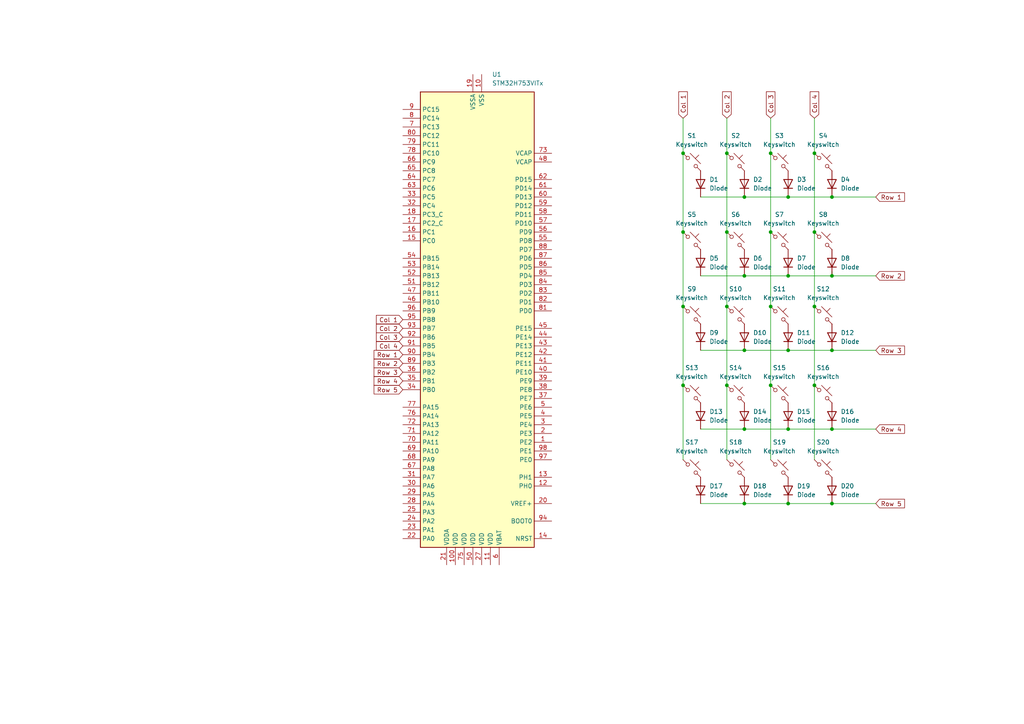
<source format=kicad_sch>
(kicad_sch (version 20231120) (generator "eeschema") (generator_version "8.0")
  (paper "A4")
  (lib_symbols
    (symbol "MCU_ST_STM32H7:STM32H753VITx"
      (property "Reference" "U" (at -15.24 67.31 0))
      (property "Value" "STM32H753VITx" (at 12.7 67.31 0))
      (symbol "STM32H753VITx_0_1"
        (rectangle (start -15.24 -66.04) (end 17.78 66.04) (stroke (width 0.254)) (fill (type background)))
      )
      (symbol "STM32H753VITx_1_1"
        (pin bidirectional line (at -20.32 35.56 0) (length 5.08) (name "PE2") (number "1"))
        (pin power_in line (at 0 -71.12 90) (length 5.08) (name "VSS") (number "10"))
        (pin power_in line (at 7.62 71.12 270) (length 5.08) (name "VDD") (number "100"))
        (pin power_in line (at -2.54 71.12 270) (length 5.08) (name "VDD") (number "11"))
        (pin bidirectional line (at -20.32 48.26 0) (length 5.08) (name "PH0") (number "12"))
        (pin bidirectional line (at -20.32 45.72 0) (length 5.08) (name "PH1") (number "13"))
        (pin input line (at -20.32 63.5 0) (length 5.08) (name "NRST") (number "14"))
        (pin bidirectional line (at 22.86 -22.86 180) (length 5.08) (name "PC0") (number "15"))
        (pin bidirectional line (at 22.86 -25.4 180) (length 5.08) (name "PC1") (number "16"))
        (pin bidirectional line (at 22.86 -27.94 180) (length 5.08) (name "PC2_C") (number "17"))
        (pin bidirectional line (at 22.86 -30.48 180) (length 5.08) (name "PC3_C") (number "18"))
        (pin power_in line (at 2.54 -71.12 90) (length 5.08) (name "VSSA") (number "19"))
        (pin bidirectional line (at -20.32 33.02 0) (length 5.08) (name "PE3") (number "2"))
        (pin input line (at -20.32 53.34 0) (length 5.08) (name "VREF+") (number "20"))
        (pin power_in line (at 10.16 71.12 270) (length 5.08) (name "VDDA") (number "21"))
        (pin bidirectional line (at 22.86 63.5 180) (length 5.08) (name "PA0") (number "22"))
        (pin bidirectional line (at 22.86 60.96 180) (length 5.08) (name "PA1") (number "23"))
        (pin bidirectional line (at 22.86 58.42 180) (length 5.08) (name "PA2") (number "24"))
        (pin bidirectional line (at 22.86 55.88 180) (length 5.08) (name "PA3") (number "25"))
        (pin passive line (at 0 -71.12 90) (length 5.08) hide (name "VSS") (number "26"))
        (pin power_in line (at 0 71.12 270) (length 5.08) (name "VDD") (number "27"))
        (pin bidirectional line (at 22.86 53.34 180) (length 5.08) (name "PA4") (number "28"))
        (pin bidirectional line (at 22.86 50.8 180) (length 5.08) (name "PA5") (number "29"))
        (pin bidirectional line (at -20.32 30.48 0) (length 5.08) (name "PE4") (number "3"))
        (pin bidirectional line (at 22.86 48.26 180) (length 5.08) (name "PA6") (number "30"))
        (pin bidirectional line (at 22.86 45.72 180) (length 5.08) (name "PA7") (number "31"))
        (pin bidirectional line (at 22.86 -33.02 180) (length 5.08) (name "PC4") (number "32"))
        (pin bidirectional line (at 22.86 -35.56 180) (length 5.08) (name "PC5") (number "33"))
        (pin bidirectional line (at 22.86 20.32 180) (length 5.08) (name "PB0") (number "34"))
        (pin bidirectional line (at 22.86 17.78 180) (length 5.08) (name "PB1") (number "35"))
        (pin bidirectional line (at 22.86 15.24 180) (length 5.08) (name "PB2") (number "36"))
        (pin bidirectional line (at -20.32 22.86 0) (length 5.08) (name "PE7") (number "37"))
        (pin bidirectional line (at -20.32 20.32 0) (length 5.08) (name "PE8") (number "38"))
        (pin bidirectional line (at -20.32 17.78 0) (length 5.08) (name "PE9") (number "39"))
        (pin bidirectional line (at -20.32 27.94 0) (length 5.08) (name "PE5") (number "4"))
        (pin bidirectional line (at -20.32 15.24 0) (length 5.08) (name "PE10") (number "40"))
        (pin bidirectional line (at -20.32 12.7 0) (length 5.08) (name "PE11") (number "41"))
        (pin bidirectional line (at -20.32 10.16 0) (length 5.08) (name "PE12") (number "42"))
        (pin bidirectional line (at -20.32 7.62 0) (length 5.08) (name "PE13") (number "43"))
        (pin bidirectional line (at -20.32 5.08 0) (length 5.08) (name "PE14") (number "44"))
        (pin bidirectional line (at -20.32 2.54 0) (length 5.08) (name "PE15") (number "45"))
        (pin bidirectional line (at 22.86 -5.08 180) (length 5.08) (name "PB10") (number "46"))
        (pin bidirectional line (at 22.86 -7.62 180) (length 5.08) (name "PB11") (number "47"))
        (pin power_out line (at -20.32 -45.72 0) (length 5.08) (name "VCAP") (number "48"))
        (pin passive line (at 0 -71.12 90) (length 5.08) hide (name "VSS") (number "49"))
        (pin bidirectional line (at -20.32 25.4 0) (length 5.08) (name "PE6") (number "5"))
        (pin power_in line (at 2.54 71.12 270) (length 5.08) (name "VDD") (number "50"))
        (pin bidirectional line (at 22.86 -10.16 180) (length 5.08) (name "PB12") (number "51"))
        (pin bidirectional line (at 22.86 -12.7 180) (length 5.08) (name "PB13") (number "52"))
        (pin bidirectional line (at 22.86 -15.24 180) (length 5.08) (name "PB14") (number "53"))
        (pin bidirectional line (at 22.86 -17.78 180) (length 5.08) (name "PB15") (number "54"))
        (pin bidirectional line (at -20.32 -22.86 0) (length 5.08) (name "PD8") (number "55"))
        (pin bidirectional line (at -20.32 -25.4 0) (length 5.08) (name "PD9") (number "56"))
        (pin bidirectional line (at -20.32 -27.94 0) (length 5.08) (name "PD10") (number "57"))
        (pin bidirectional line (at -20.32 -30.48 0) (length 5.08) (name "PD11") (number "58"))
        (pin bidirectional line (at -20.32 -33.02 0) (length 5.08) (name "PD12") (number "59"))
        (pin power_in line (at -5.08 71.12 270) (length 5.08) (name "VBAT") (number "6"))
        (pin bidirectional line (at -20.32 -35.56 0) (length 5.08) (name "PD13") (number "60"))
        (pin bidirectional line (at -20.32 -38.1 0) (length 5.08) (name "PD14") (number "61"))
        (pin bidirectional line (at -20.32 -40.64 0) (length 5.08) (name "PD15") (number "62"))
        (pin bidirectional line (at 22.86 -38.1 180) (length 5.08) (name "PC6") (number "63"))
        (pin bidirectional line (at 22.86 -40.64 180) (length 5.08) (name "PC7") (number "64"))
        (pin bidirectional line (at 22.86 -43.18 180) (length 5.08) (name "PC8") (number "65"))
        (pin bidirectional line (at 22.86 -45.72 180) (length 5.08) (name "PC9") (number "66"))
        (pin bidirectional line (at 22.86 43.18 180) (length 5.08) (name "PA8") (number "67"))
        (pin bidirectional line (at 22.86 40.64 180) (length 5.08) (name "PA9") (number "68"))
        (pin bidirectional line (at 22.86 38.1 180) (length 5.08) (name "PA10") (number "69"))
        (pin bidirectional line (at 22.86 -55.88 180) (length 5.08) (name "PC13") (number "7"))
        (pin bidirectional line (at 22.86 35.56 180) (length 5.08) (name "PA11") (number "70"))
        (pin bidirectional line (at 22.86 33.02 180) (length 5.08) (name "PA12") (number "71"))
        (pin bidirectional line (at 22.86 30.48 180) (length 5.08) (name "PA13") (number "72"))
        (pin power_out line (at -20.32 -48.26 0) (length 5.08) (name "VCAP") (number "73"))
        (pin passive line (at 0 -71.12 90) (length 5.08) hide (name "VSS") (number "74"))
        (pin power_in line (at 5.08 71.12 270) (length 5.08) (name "VDD") (number "75"))
        (pin bidirectional line (at 22.86 27.94 180) (length 5.08) (name "PA14") (number "76"))
        (pin bidirectional line (at 22.86 25.4 180) (length 5.08) (name "PA15") (number "77"))
        (pin bidirectional line (at 22.86 -48.26 180) (length 5.08) (name "PC10") (number "78"))
        (pin bidirectional line (at 22.86 -50.8 180) (length 5.08) (name "PC11") (number "79"))
        (pin bidirectional line (at 22.86 -58.42 180) (length 5.08) (name "PC14") (number "8"))
        (pin bidirectional line (at 22.86 -53.34 180) (length 5.08) (name "PC12") (number "80"))
        (pin bidirectional line (at -20.32 -2.54 0) (length 5.08) (name "PD0") (number "81"))
        (pin bidirectional line (at -20.32 -5.08 0) (length 5.08) (name "PD1") (number "82"))
        (pin bidirectional line (at -20.32 -7.62 0) (length 5.08) (name "PD2") (number "83"))
        (pin bidirectional line (at -20.32 -10.16 0) (length 5.08) (name "PD3") (number "84"))
        (pin bidirectional line (at -20.32 -12.7 0) (length 5.08) (name "PD4") (number "85"))
        (pin bidirectional line (at -20.32 -15.24 0) (length 5.08) (name "PD5") (number "86"))
        (pin bidirectional line (at -20.32 -17.78 0) (length 5.08) (name "PD6") (number "87"))
        (pin bidirectional line (at -20.32 -20.32 0) (length 5.08) (name "PD7") (number "88"))
        (pin bidirectional line (at 22.86 12.7 180) (length 5.08) (name "PB3") (number "89"))
        (pin bidirectional line (at 22.86 -60.96 180) (length 5.08) (name "PC15") (number "9"))
        (pin bidirectional line (at 22.86 10.16 180) (length 5.08) (name "PB4") (number "90"))
        (pin bidirectional line (at 22.86 7.62 180) (length 5.08) (name "PB5") (number "91"))
        (pin bidirectional line (at 22.86 5.08 180) (length 5.08) (name "PB6") (number "92"))
        (pin bidirectional line (at 22.86 2.54 180) (length 5.08) (name "PB7") (number "93"))
        (pin input line (at -20.32 58.42 0) (length 5.08) (name "BOOT0") (number "94"))
        (pin bidirectional line (at 22.86 0 180) (length 5.08) (name "PB8") (number "95"))
        (pin bidirectional line (at 22.86 -2.54 180) (length 5.08) (name "PB9") (number "96"))
        (pin bidirectional line (at -20.32 40.64 0) (length 5.08) (name "PE0") (number "97"))
        (pin bidirectional line (at -20.32 38.1 0) (length 5.08) (name "PE1") (number "98"))
        (pin passive line (at 0 -71.12 90) (length 5.08) hide (name "VSS") (number "99"))
      )
    )
    (symbol "ScottoKeebs:Placeholder_Diode" (pin_numbers hide) (pin_names hide)
      (property "Reference" "D" (at 0 2.54 0))
      (property "Value" "Diode" (at 0 -2.54 0))
      (symbol "Placeholder_Diode_0_1"
        (polyline (pts (xy -1.27 1.27) (xy -1.27 -1.27)) (stroke (width 0.254)))
        (polyline (pts (xy 1.27 0) (xy -1.27 0)))
        (polyline (pts (xy 1.27 1.27) (xy 1.27 -1.27) (xy -1.27 0) (xy 1.27 1.27)) (stroke (width 0.254)))
      )
      (symbol "Placeholder_Diode_1_1"
        (pin passive line (at -3.81 0 0) (length 2.54) (name "K") (number "1"))
        (pin passive line (at 3.81 0 180) (length 2.54) (name "A") (number "2"))
      )
    )
    (symbol "ScottoKeebs:Placeholder_Keyswitch" (pin_numbers hide) (pin_names (offset 1.016) hide)
      (property "Reference" "S" (at 3.048 1.016 0))
      (property "Value" "Keyswitch" (at 0 -3.81 0))
      (symbol "Placeholder_Keyswitch_0_1"
        (circle (center -1.1684 1.1684) (radius 0.508))
        (polyline (pts (xy -0.508 2.54) (xy 2.54 -0.508)))
        (polyline (pts (xy 1.016 1.016) (xy 2.032 2.032)))
        (polyline (pts (xy -2.54 2.54) (xy -1.524 1.524) (xy -1.524 1.524)))
        (polyline (pts (xy 1.524 -1.524) (xy 2.54 -2.54) (xy 2.54 -2.54) (xy 2.54 -2.54)))
        (circle (center 1.143 -1.1938) (radius 0.508))
        (pin passive line (at -2.54 2.54 0) (length 0) (name "1") (number "1"))
        (pin passive line (at 2.54 -2.54 180) (length 0) (name "2") (number "2"))
      )
    )
  )
  (junction (at 241.3 146.05))
  (junction (at 198.12 88.9))
  (junction (at 198.12 111.76))
  (junction (at 236.22 111.76))
  (junction (at 223.52 111.76))
  (junction (at 228.6 80.01))
  (junction (at 210.82 111.76))
  (junction (at 241.3 80.01))
  (junction (at 228.6 57.15))
  (junction (at 223.52 67.31))
  (junction (at 241.3 57.15))
  (junction (at 198.12 67.31))
  (junction (at 210.82 88.9))
  (junction (at 215.9 57.15))
  (junction (at 236.22 44.45))
  (junction (at 228.6 101.6))
  (junction (at 215.9 146.05))
  (junction (at 228.6 146.05))
  (junction (at 241.3 101.6))
  (junction (at 198.12 44.45))
  (junction (at 210.82 67.31))
  (junction (at 210.82 44.45))
  (junction (at 223.52 88.9))
  (junction (at 228.6 124.46))
  (junction (at 236.22 67.31))
  (junction (at 236.22 88.9))
  (junction (at 223.52 44.45))
  (junction (at 241.3 124.46))
  (junction (at 215.9 101.6))
  (junction (at 215.9 124.46))
  (junction (at 215.9 80.01))
  (wire (pts (xy 198.12 88.9) (xy 198.12 111.76)))
  (wire (pts (xy 223.52 44.45) (xy 223.52 67.31)))
  (wire (pts (xy 228.6 80.01) (xy 241.3 80.01)))
  (wire (pts (xy 215.9 80.01) (xy 228.6 80.01)))
  (wire (pts (xy 210.82 111.76) (xy 210.82 133.35)))
  (wire (pts (xy 223.52 67.31) (xy 223.52 88.9)))
  (wire (pts (xy 215.9 124.46) (xy 228.6 124.46)))
  (wire (pts (xy 210.82 34.29) (xy 210.82 44.45)))
  (wire (pts (xy 228.6 124.46) (xy 241.3 124.46)))
  (wire (pts (xy 241.3 80.01) (xy 254 80.01)))
  (wire (pts (xy 236.22 34.29) (xy 236.22 44.45)))
  (wire (pts (xy 215.9 101.6) (xy 228.6 101.6)))
  (wire (pts (xy 198.12 67.31) (xy 198.12 88.9)))
  (wire (pts (xy 241.3 124.46) (xy 254 124.46)))
  (wire (pts (xy 228.6 101.6) (xy 241.3 101.6)))
  (wire (pts (xy 198.12 34.29) (xy 198.12 44.45)))
  (wire (pts (xy 203.2 146.05) (xy 215.9 146.05)))
  (wire (pts (xy 228.6 146.05) (xy 241.3 146.05)))
  (wire (pts (xy 210.82 67.31) (xy 210.82 88.9)))
  (wire (pts (xy 241.3 80.01) (xy 241.3 78.74)))
  (wire (pts (xy 236.22 111.76) (xy 236.22 133.35)))
  (wire (pts (xy 198.12 44.45) (xy 198.12 67.31)))
  (wire (pts (xy 215.9 57.15) (xy 228.6 57.15)))
  (wire (pts (xy 223.52 88.9) (xy 223.52 111.76)))
  (wire (pts (xy 228.6 57.15) (xy 241.3 57.15)))
  (wire (pts (xy 198.12 111.76) (xy 198.12 133.35)))
  (wire (pts (xy 236.22 88.9) (xy 236.22 111.76)))
  (wire (pts (xy 203.2 124.46) (xy 215.9 124.46)))
  (wire (pts (xy 236.22 44.45) (xy 236.22 67.31)))
  (wire (pts (xy 223.52 111.76) (xy 223.52 133.35)))
  (wire (pts (xy 203.2 57.15) (xy 215.9 57.15)))
  (wire (pts (xy 203.2 101.6) (xy 215.9 101.6)))
  (wire (pts (xy 241.3 101.6) (xy 254 101.6)))
  (wire (pts (xy 223.52 34.29) (xy 223.52 44.45)))
  (wire (pts (xy 241.3 146.05) (xy 254 146.05)))
  (wire (pts (xy 236.22 67.31) (xy 236.22 88.9)))
  (wire (pts (xy 210.82 44.45) (xy 210.82 67.31)))
  (wire (pts (xy 210.82 88.9) (xy 210.82 111.76)))
  (wire (pts (xy 241.3 57.15) (xy 254 57.15)))
  (wire (pts (xy 215.9 146.05) (xy 228.6 146.05)))
  (wire (pts (xy 203.2 80.01) (xy 215.9 80.01)))
  (global_label "Col 4" (shape input) (at 236.22 34.29 90) (property "Intersheetrefs" "${INTERSHEET_REFS}" (effects (hide yes))))
  (global_label "Row 3" (shape input) (at 254 101.6 0) (property "Intersheetrefs" "${INTERSHEET_REFS}" (effects (hide yes))))
  (global_label "Row 2" (shape input) (at 254 80.01 0) (property "Intersheetrefs" "${INTERSHEET_REFS}" (effects (hide yes))))
  (global_label "Row 3" (shape input) (at 116.84 107.95 180) (property "Intersheetrefs" "${INTERSHEET_REFS}" (effects (hide yes))))
  (global_label "Row 5" (shape input) (at 116.84 113.03 180) (property "Intersheetrefs" "${INTERSHEET_REFS}" (effects (hide yes))))
  (global_label "Col 1" (shape input) (at 198.12 34.29 90) (property "Intersheetrefs" "${INTERSHEET_REFS}" (effects (hide yes))))
  (global_label "Col 3" (shape input) (at 223.52 34.29 90) (property "Intersheetrefs" "${INTERSHEET_REFS}" (effects (hide yes))))
  (global_label "Col 2" (shape input) (at 116.84 95.25 180) (property "Intersheetrefs" "${INTERSHEET_REFS}" (effects (hide yes))))
  (global_label "Row 4" (shape input) (at 116.84 110.49 180) (property "Intersheetrefs" "${INTERSHEET_REFS}" (effects (hide yes))))
  (global_label "Col 2" (shape input) (at 210.82 34.29 90) (property "Intersheetrefs" "${INTERSHEET_REFS}" (effects (hide yes))))
  (global_label "Row 5" (shape input) (at 254 146.05 0) (property "Intersheetrefs" "${INTERSHEET_REFS}" (effects (hide yes))))
  (global_label "Row 2" (shape input) (at 116.84 105.41 180) (property "Intersheetrefs" "${INTERSHEET_REFS}" (effects (hide yes))))
  (global_label "Row 1" (shape input) (at 254 57.15 0) (property "Intersheetrefs" "${INTERSHEET_REFS}" (effects (hide yes))))
  (global_label "Col 3" (shape input) (at 116.84 97.79 180) (property "Intersheetrefs" "${INTERSHEET_REFS}" (effects (hide yes))))
  (global_label "Col 1" (shape input) (at 116.84 92.71 180) (property "Intersheetrefs" "${INTERSHEET_REFS}" (effects (hide yes))))
  (global_label "Col 4" (shape input) (at 116.84 100.33 180) (property "Intersheetrefs" "${INTERSHEET_REFS}" (effects (hide yes))))
  (global_label "Row 4" (shape input) (at 254 124.46 0) (property "Intersheetrefs" "${INTERSHEET_REFS}" (effects (hide yes))))
  (global_label "Row 1" (shape input) (at 116.84 102.87 180) (property "Intersheetrefs" "${INTERSHEET_REFS}" (effects (hide yes))))
  (symbol (lib_id "ScottoKeebs:Placeholder_Diode") (at 228.6 76.2 90) (unit 1)
    (property "Reference" "D7" (at 231.14 74.9299 90) (effects (justify right)))
    (property "Value" "Diode" (at 231.14 77.4699 90) (effects (justify right)))
    (property "Footprint" "ScottoKeebs_Components:Diode_DO-35" (effects (hide yes)))
    (property "Description" "1N4148 (DO-35) or 1N4148W (SOD-123)" (effects (hide yes)))
    (property "Sim.Device" "D" (effects (hide yes)))
    (property "Sim.Pins" "1=K 2=A" (effects (hide yes)))
  )
  (symbol (lib_id "ScottoKeebs:Placeholder_Keyswitch") (at 213.36 46.99 0) (unit 1)
    (property "Reference" "S2" (at 213.36 39.37 0))
    (property "Value" "Keyswitch" (at 213.36 41.91 0))
    (property "Footprint" "ScottoKeebs_MX:MX_PCB_1.00u" (effects (hide yes)))
    (property "Description" "Push button switch, normally open, two pins, 45° tilted" (effects (hide yes)))
  )
  (symbol (lib_id "ScottoKeebs:Placeholder_Keyswitch") (at 226.06 46.99 0) (unit 1)
    (property "Reference" "S3" (at 226.06 39.37 0))
    (property "Value" "Keyswitch" (at 226.06 41.91 0))
    (property "Footprint" "ScottoKeebs_MX:MX_PCB_1.00u" (effects (hide yes)))
    (property "Description" "Push button switch, normally open, two pins, 45° tilted" (effects (hide yes)))
  )
  (symbol (lib_id "ScottoKeebs:Placeholder_Keyswitch") (at 200.66 69.85 0) (unit 1)
    (property "Reference" "S5" (at 200.66 62.23 0))
    (property "Value" "Keyswitch" (at 200.66 64.77 0))
    (property "Footprint" "ScottoKeebs_MX:MX_PCB_1.00u" (effects (hide yes)))
    (property "Description" "Push button switch, normally open, two pins, 45° tilted" (effects (hide yes)))
  )
  (symbol (lib_id "ScottoKeebs:Placeholder_Keyswitch") (at 213.36 135.89 0) (unit 1)
    (property "Reference" "S18" (at 213.36 128.27 0))
    (property "Value" "Keyswitch" (at 213.36 130.81 0))
    (property "Footprint" "ScottoKeebs_MX:MX_PCB_1.00u" (effects (hide yes)))
    (property "Description" "Push button switch, normally open, two pins, 45° tilted" (effects (hide yes)))
  )
  (symbol (lib_id "ScottoKeebs:Placeholder_Keyswitch") (at 238.76 69.85 0) (unit 1)
    (property "Reference" "S8" (at 238.76 62.23 0))
    (property "Value" "Keyswitch" (at 238.76 64.77 0))
    (property "Footprint" "ScottoKeebs_MX:MX_PCB_1.00u" (effects (hide yes)))
    (property "Description" "Push button switch, normally open, two pins, 45° tilted" (effects (hide yes)))
  )
  (symbol (lib_id "ScottoKeebs:Placeholder_Diode") (at 215.9 76.2 90) (unit 1)
    (property "Reference" "D6" (at 218.44 74.9299 90) (effects (justify right)))
    (property "Value" "Diode" (at 218.44 77.4699 90) (effects (justify right)))
    (property "Footprint" "ScottoKeebs_Components:Diode_DO-35" (effects (hide yes)))
    (property "Description" "1N4148 (DO-35) or 1N4148W (SOD-123)" (effects (hide yes)))
    (property "Sim.Device" "D" (effects (hide yes)))
    (property "Sim.Pins" "1=K 2=A" (effects (hide yes)))
  )
  (symbol (lib_id "MCU_ST_STM32H7:STM32H753VITx") (at 139.7 92.71 180) (unit 1)
    (property "Reference" "U1" (at 142.7165 21.59 0) (effects (justify right)))
    (property "Value" "STM32H753VITx" (at 142.7165 24.13 0) (effects (justify right)))
    (property "Footprint" "Package_QFP:LQFP-100_14x14mm_P0.5mm" (effects (hide yes)))
    (property "Datasheet" "https://www.st.com/resource/en/datasheet/stm32h753vi.pdf" (effects (hide yes)))
    (property "Description" "STMicroelectronics Arm Cortex-M7 MCU, 2048KB flash, 1024KB RAM, 480 MHz, 1.71-3.6V, 82 GPIO, LQFP100" (effects (hide yes)))
  )
  (symbol (lib_id "ScottoKeebs:Placeholder_Diode") (at 203.2 76.2 90) (unit 1)
    (property "Reference" "D5" (at 205.74 74.9299 90) (effects (justify right)))
    (property "Value" "Diode" (at 205.74 77.4699 90) (effects (justify right)))
    (property "Footprint" "ScottoKeebs_Components:Diode_DO-35" (effects (hide yes)))
    (property "Description" "1N4148 (DO-35) or 1N4148W (SOD-123)" (effects (hide yes)))
    (property "Sim.Device" "D" (effects (hide yes)))
    (property "Sim.Pins" "1=K 2=A" (effects (hide yes)))
  )
  (symbol (lib_id "ScottoKeebs:Placeholder_Keyswitch") (at 213.36 91.44 0) (unit 1)
    (property "Reference" "S10" (at 213.36 83.82 0))
    (property "Value" "Keyswitch" (at 213.36 86.36 0))
    (property "Footprint" "ScottoKeebs_MX:MX_PCB_1.00u" (effects (hide yes)))
    (property "Description" "Push button switch, normally open, two pins, 45° tilted" (effects (hide yes)))
  )
  (symbol (lib_id "ScottoKeebs:Placeholder_Keyswitch") (at 226.06 91.44 0) (unit 1)
    (property "Reference" "S11" (at 226.06 83.82 0))
    (property "Value" "Keyswitch" (at 226.06 86.36 0))
    (property "Footprint" "ScottoKeebs_MX:MX_PCB_1.00u" (effects (hide yes)))
    (property "Description" "Push button switch, normally open, two pins, 45° tilted" (effects (hide yes)))
  )
  (symbol (lib_id "ScottoKeebs:Placeholder_Keyswitch") (at 238.76 114.3 0) (unit 1)
    (property "Reference" "S16" (at 238.76 106.68 0))
    (property "Value" "Keyswitch" (at 238.76 109.22 0))
    (property "Footprint" "ScottoKeebs_MX:MX_PCB_1.00u" (effects (hide yes)))
    (property "Description" "Push button switch, normally open, two pins, 45° tilted" (effects (hide yes)))
  )
  (symbol (lib_id "ScottoKeebs:Placeholder_Diode") (at 241.3 142.24 90) (unit 1)
    (property "Reference" "D20" (at 243.84 140.9699 90) (effects (justify right)))
    (property "Value" "Diode" (at 243.84 143.5099 90) (effects (justify right)))
    (property "Footprint" "ScottoKeebs_Components:Diode_DO-35" (effects (hide yes)))
    (property "Description" "1N4148 (DO-35) or 1N4148W (SOD-123)" (effects (hide yes)))
    (property "Sim.Device" "D" (effects (hide yes)))
    (property "Sim.Pins" "1=K 2=A" (effects (hide yes)))
  )
  (symbol (lib_id "ScottoKeebs:Placeholder_Diode") (at 215.9 142.24 90) (unit 1)
    (property "Reference" "D18" (at 218.44 140.9699 90) (effects (justify right)))
    (property "Value" "Diode" (at 218.44 143.5099 90) (effects (justify right)))
    (property "Footprint" "ScottoKeebs_Components:Diode_DO-35" (effects (hide yes)))
    (property "Description" "1N4148 (DO-35) or 1N4148W (SOD-123)" (effects (hide yes)))
    (property "Sim.Device" "D" (effects (hide yes)))
    (property "Sim.Pins" "1=K 2=A" (effects (hide yes)))
  )
  (symbol (lib_id "ScottoKeebs:Placeholder_Diode") (at 241.3 120.65 90) (unit 1)
    (property "Reference" "D16" (at 243.84 119.3799 90) (effects (justify right)))
    (property "Value" "Diode" (at 243.84 121.9199 90) (effects (justify right)))
    (property "Footprint" "ScottoKeebs_Components:Diode_DO-35" (effects (hide yes)))
    (property "Description" "1N4148 (DO-35) or 1N4148W (SOD-123)" (effects (hide yes)))
    (property "Sim.Device" "D" (effects (hide yes)))
    (property "Sim.Pins" "1=K 2=A" (effects (hide yes)))
  )
  (symbol (lib_id "ScottoKeebs:Placeholder_Diode") (at 228.6 97.79 90) (unit 1)
    (property "Reference" "D11" (at 231.14 96.5199 90) (effects (justify right)))
    (property "Value" "Diode" (at 231.14 99.0599 90) (effects (justify right)))
    (property "Footprint" "ScottoKeebs_Components:Diode_DO-35" (effects (hide yes)))
    (property "Description" "1N4148 (DO-35) or 1N4148W (SOD-123)" (effects (hide yes)))
    (property "Sim.Device" "D" (effects (hide yes)))
    (property "Sim.Pins" "1=K 2=A" (effects (hide yes)))
  )
  (symbol (lib_id "ScottoKeebs:Placeholder_Diode") (at 241.3 53.34 90) (unit 1)
    (property "Reference" "D4" (at 243.84 52.0699 90) (effects (justify right)))
    (property "Value" "Diode" (at 243.84 54.6099 90) (effects (justify right)))
    (property "Footprint" "ScottoKeebs_Components:Diode_DO-35" (effects (hide yes)))
    (property "Description" "1N4148 (DO-35) or 1N4148W (SOD-123)" (effects (hide yes)))
    (property "Sim.Device" "D" (effects (hide yes)))
    (property "Sim.Pins" "1=K 2=A" (effects (hide yes)))
  )
  (symbol (lib_id "ScottoKeebs:Placeholder_Diode") (at 215.9 120.65 90) (unit 1)
    (property "Reference" "D14" (at 218.44 119.3799 90) (effects (justify right)))
    (property "Value" "Diode" (at 218.44 121.9199 90) (effects (justify right)))
    (property "Footprint" "ScottoKeebs_Components:Diode_DO-35" (effects (hide yes)))
    (property "Description" "1N4148 (DO-35) or 1N4148W (SOD-123)" (effects (hide yes)))
    (property "Sim.Device" "D" (effects (hide yes)))
    (property "Sim.Pins" "1=K 2=A" (effects (hide yes)))
  )
  (symbol (lib_id "ScottoKeebs:Placeholder_Keyswitch") (at 238.76 135.89 0) (unit 1)
    (property "Reference" "S20" (at 238.76 128.27 0))
    (property "Value" "Keyswitch" (at 238.76 130.81 0))
    (property "Footprint" "ScottoKeebs_MX:MX_PCB_1.00u" (effects (hide yes)))
    (property "Description" "Push button switch, normally open, two pins, 45° tilted" (effects (hide yes)))
  )
  (symbol (lib_id "ScottoKeebs:Placeholder_Diode") (at 241.3 76.2 90) (unit 1)
    (property "Reference" "D8" (at 243.84 74.9299 90) (effects (justify right)))
    (property "Value" "Diode" (at 243.84 77.4699 90) (effects (justify right)))
    (property "Footprint" "ScottoKeebs_Components:Diode_DO-35" (effects (hide yes)))
    (property "Description" "1N4148 (DO-35) or 1N4148W (SOD-123)" (effects (hide yes)))
    (property "Sim.Device" "D" (effects (hide yes)))
    (property "Sim.Pins" "1=K 2=A" (effects (hide yes)))
  )
  (symbol (lib_id "ScottoKeebs:Placeholder_Keyswitch") (at 238.76 46.99 0) (unit 1)
    (property "Reference" "S4" (at 238.76 39.37 0))
    (property "Value" "Keyswitch" (at 238.76 41.91 0))
    (property "Footprint" "ScottoKeebs_MX:MX_PCB_1.00u" (effects (hide yes)))
    (property "Description" "Push button switch, normally open, two pins, 45° tilted" (effects (hide yes)))
  )
  (symbol (lib_id "ScottoKeebs:Placeholder_Diode") (at 241.3 97.79 90) (unit 1)
    (property "Reference" "D12" (at 243.84 96.5199 90) (effects (justify right)))
    (property "Value" "Diode" (at 243.84 99.0599 90) (effects (justify right)))
    (property "Footprint" "ScottoKeebs_Components:Diode_DO-35" (effects (hide yes)))
    (property "Description" "1N4148 (DO-35) or 1N4148W (SOD-123)" (effects (hide yes)))
    (property "Sim.Device" "D" (effects (hide yes)))
    (property "Sim.Pins" "1=K 2=A" (effects (hide yes)))
  )
  (symbol (lib_id "ScottoKeebs:Placeholder_Diode") (at 203.2 53.34 90) (unit 1)
    (property "Reference" "D1" (at 205.74 52.0699 90) (effects (justify right)))
    (property "Value" "Diode" (at 205.74 54.6099 90) (effects (justify right)))
    (property "Footprint" "ScottoKeebs_Components:Diode_DO-35" (effects (hide yes)))
    (property "Description" "1N4148 (DO-35) or 1N4148W (SOD-123)" (effects (hide yes)))
    (property "Sim.Device" "D" (effects (hide yes)))
    (property "Sim.Pins" "1=K 2=A" (effects (hide yes)))
  )
  (symbol (lib_id "ScottoKeebs:Placeholder_Diode") (at 228.6 120.65 90) (unit 1)
    (property "Reference" "D15" (at 231.14 119.3799 90) (effects (justify right)))
    (property "Value" "Diode" (at 231.14 121.9199 90) (effects (justify right)))
    (property "Footprint" "ScottoKeebs_Components:Diode_DO-35" (effects (hide yes)))
    (property "Description" "1N4148 (DO-35) or 1N4148W (SOD-123)" (effects (hide yes)))
    (property "Sim.Device" "D" (effects (hide yes)))
    (property "Sim.Pins" "1=K 2=A" (effects (hide yes)))
  )
  (symbol (lib_id "ScottoKeebs:Placeholder_Keyswitch") (at 226.06 114.3 0) (unit 1)
    (property "Reference" "S15" (at 226.06 106.68 0))
    (property "Value" "Keyswitch" (at 226.06 109.22 0))
    (property "Footprint" "ScottoKeebs_MX:MX_PCB_1.00u" (effects (hide yes)))
    (property "Description" "Push button switch, normally open, two pins, 45° tilted" (effects (hide yes)))
  )
  (symbol (lib_id "ScottoKeebs:Placeholder_Diode") (at 203.2 97.79 90) (unit 1)
    (property "Reference" "D9" (at 205.74 96.5199 90) (effects (justify right)))
    (property "Value" "Diode" (at 205.74 99.0599 90) (effects (justify right)))
    (property "Footprint" "ScottoKeebs_Components:Diode_DO-35" (effects (hide yes)))
    (property "Description" "1N4148 (DO-35) or 1N4148W (SOD-123)" (effects (hide yes)))
    (property "Sim.Device" "D" (effects (hide yes)))
    (property "Sim.Pins" "1=K 2=A" (effects (hide yes)))
  )
  (symbol (lib_id "ScottoKeebs:Placeholder_Keyswitch") (at 213.36 69.85 0) (unit 1)
    (property "Reference" "S6" (at 213.36 62.23 0))
    (property "Value" "Keyswitch" (at 213.36 64.77 0))
    (property "Footprint" "ScottoKeebs_MX:MX_PCB_1.00u" (effects (hide yes)))
    (property "Description" "Push button switch, normally open, two pins, 45° tilted" (effects (hide yes)))
  )
  (symbol (lib_id "ScottoKeebs:Placeholder_Diode") (at 203.2 120.65 90) (unit 1)
    (property "Reference" "D13" (at 205.74 119.3799 90) (effects (justify right)))
    (property "Value" "Diode" (at 205.74 121.9199 90) (effects (justify right)))
    (property "Footprint" "ScottoKeebs_Components:Diode_DO-35" (effects (hide yes)))
    (property "Description" "1N4148 (DO-35) or 1N4148W (SOD-123)" (effects (hide yes)))
    (property "Sim.Device" "D" (effects (hide yes)))
    (property "Sim.Pins" "1=K 2=A" (effects (hide yes)))
  )
  (symbol (lib_id "ScottoKeebs:Placeholder_Diode") (at 228.6 53.34 90) (unit 1)
    (property "Reference" "D3" (at 231.14 52.0699 90) (effects (justify right)))
    (property "Value" "Diode" (at 231.14 54.6099 90) (effects (justify right)))
    (property "Footprint" "ScottoKeebs_Components:Diode_DO-35" (effects (hide yes)))
    (property "Description" "1N4148 (DO-35) or 1N4148W (SOD-123)" (effects (hide yes)))
    (property "Sim.Device" "D" (effects (hide yes)))
    (property "Sim.Pins" "1=K 2=A" (effects (hide yes)))
  )
  (symbol (lib_id "ScottoKeebs:Placeholder_Diode") (at 228.6 142.24 90) (unit 1)
    (property "Reference" "D19" (at 231.14 140.9699 90) (effects (justify right)))
    (property "Value" "Diode" (at 231.14 143.5099 90) (effects (justify right)))
    (property "Footprint" "ScottoKeebs_Components:Diode_DO-35" (effects (hide yes)))
    (property "Description" "1N4148 (DO-35) or 1N4148W (SOD-123)" (effects (hide yes)))
    (property "Sim.Device" "D" (effects (hide yes)))
    (property "Sim.Pins" "1=K 2=A" (effects (hide yes)))
  )
  (symbol (lib_id "ScottoKeebs:Placeholder_Keyswitch") (at 200.66 46.99 0) (unit 1)
    (property "Reference" "S1" (at 200.66 39.37 0))
    (property "Value" "Keyswitch" (at 200.66 41.91 0))
    (property "Footprint" "ScottoKeebs_MX:MX_PCB_1.00u" (effects (hide yes)))
    (property "Description" "Push button switch, normally open, two pins, 45° tilted" (effects (hide yes)))
  )
  (symbol (lib_id "ScottoKeebs:Placeholder_Keyswitch") (at 226.06 135.89 0) (unit 1)
    (property "Reference" "S19" (at 226.06 128.27 0))
    (property "Value" "Keyswitch" (at 226.06 130.81 0))
    (property "Footprint" "ScottoKeebs_MX:MX_PCB_1.00u" (effects (hide yes)))
    (property "Description" "Push button switch, normally open, two pins, 45° tilted" (effects (hide yes)))
  )
  (symbol (lib_id "ScottoKeebs:Placeholder_Diode") (at 215.9 97.79 90) (unit 1)
    (property "Reference" "D10" (at 218.44 96.5199 90) (effects (justify right)))
    (property "Value" "Diode" (at 218.44 99.0599 90) (effects (justify right)))
    (property "Footprint" "ScottoKeebs_Components:Diode_DO-35" (effects (hide yes)))
    (property "Description" "1N4148 (DO-35) or 1N4148W (SOD-123)" (effects (hide yes)))
    (property "Sim.Device" "D" (effects (hide yes)))
    (property "Sim.Pins" "1=K 2=A" (effects (hide yes)))
  )
  (symbol (lib_id "ScottoKeebs:Placeholder_Keyswitch") (at 213.36 114.3 0) (unit 1)
    (property "Reference" "S14" (at 213.36 106.68 0))
    (property "Value" "Keyswitch" (at 213.36 109.22 0))
    (property "Footprint" "ScottoKeebs_MX:MX_PCB_1.00u" (effects (hide yes)))
    (property "Description" "Push button switch, normally open, two pins, 45° tilted" (effects (hide yes)))
  )
  (symbol (lib_id "ScottoKeebs:Placeholder_Keyswitch") (at 226.06 69.85 0) (unit 1)
    (property "Reference" "S7" (at 226.06 62.23 0))
    (property "Value" "Keyswitch" (at 226.06 64.77 0))
    (property "Footprint" "ScottoKeebs_MX:MX_PCB_1.00u" (effects (hide yes)))
    (property "Description" "Push button switch, normally open, two pins, 45° tilted" (effects (hide yes)))
  )
  (symbol (lib_id "ScottoKeebs:Placeholder_Keyswitch") (at 200.66 91.44 0) (unit 1)
    (property "Reference" "S9" (at 200.66 83.82 0))
    (property "Value" "Keyswitch" (at 200.66 86.36 0))
    (property "Footprint" "ScottoKeebs_MX:MX_PCB_1.00u" (effects (hide yes)))
    (property "Description" "Push button switch, normally open, two pins, 45° tilted" (effects (hide yes)))
  )
  (symbol (lib_id "ScottoKeebs:Placeholder_Keyswitch") (at 238.76 91.44 0) (unit 1)
    (property "Reference" "S12" (at 238.76 83.82 0))
    (property "Value" "Keyswitch" (at 238.76 86.36 0))
    (property "Footprint" "ScottoKeebs_MX:MX_PCB_1.00u" (effects (hide yes)))
    (property "Description" "Push button switch, normally open, two pins, 45° tilted" (effects (hide yes)))
  )
  (symbol (lib_id "ScottoKeebs:Placeholder_Keyswitch") (at 200.66 135.89 0) (unit 1)
    (property "Reference" "S17" (at 200.66 128.27 0))
    (property "Value" "Keyswitch" (at 200.66 130.81 0))
    (property "Footprint" "ScottoKeebs_MX:MX_PCB_1.00u" (effects (hide yes)))
    (property "Description" "Push button switch, normally open, two pins, 45° tilted" (effects (hide yes)))
  )
  (symbol (lib_id "ScottoKeebs:Placeholder_Diode") (at 203.2 142.24 90) (unit 1)
    (property "Reference" "D17" (at 205.74 140.9699 90) (effects (justify right)))
    (property "Value" "Diode" (at 205.74 143.5099 90) (effects (justify right)))
    (property "Footprint" "ScottoKeebs_Components:Diode_DO-35" (effects (hide yes)))
    (property "Description" "1N4148 (DO-35) or 1N4148W (SOD-123)" (effects (hide yes)))
    (property "Sim.Device" "D" (effects (hide yes)))
    (property "Sim.Pins" "1=K 2=A" (effects (hide yes)))
  )
  (symbol (lib_id "ScottoKeebs:Placeholder_Keyswitch") (at 200.66 114.3 0) (unit 1)
    (property "Reference" "S13" (at 200.66 106.68 0))
    (property "Value" "Keyswitch" (at 200.66 109.22 0))
    (property "Footprint" "ScottoKeebs_MX:MX_PCB_1.00u" (effects (hide yes)))
    (property "Description" "Push button switch, normally open, two pins, 45° tilted" (effects (hide yes)))
  )
  (symbol (lib_id "ScottoKeebs:Placeholder_Diode") (at 215.9 53.34 90) (unit 1)
    (property "Reference" "D2" (at 218.44 52.0699 90) (effects (justify right)))
    (property "Value" "Diode" (at 218.44 54.6099 90) (effects (justify right)))
    (property "Footprint" "ScottoKeebs_Components:Diode_DO-35" (effects (hide yes)))
    (property "Description" "1N4148 (DO-35) or 1N4148W (SOD-123)" (effects (hide yes)))
    (property "Sim.Device" "D" (effects (hide yes)))
    (property "Sim.Pins" "1=K 2=A" (effects (hide yes)))
  )
)
</source>
